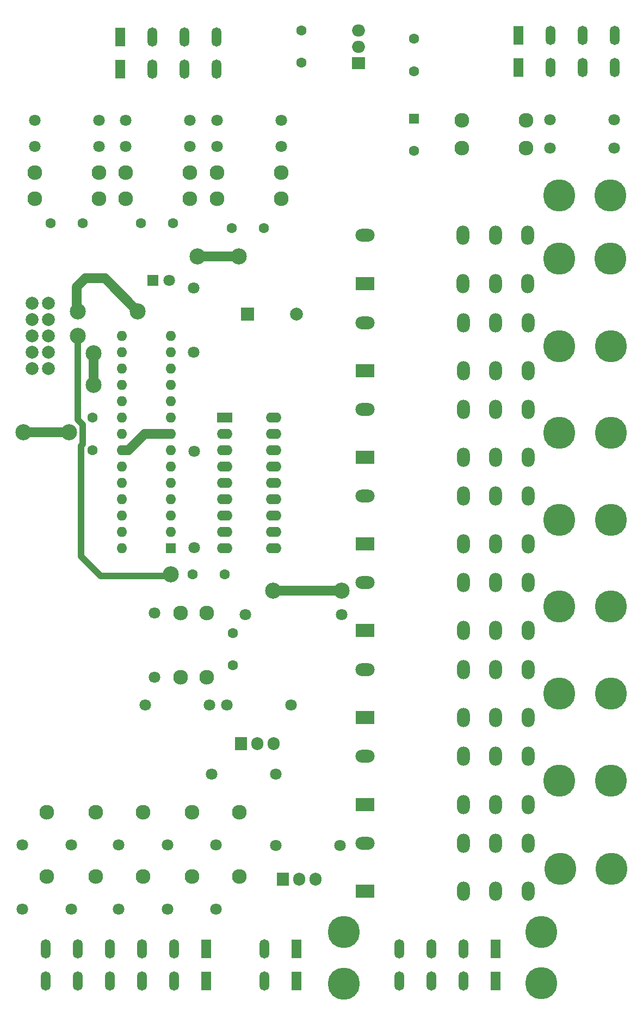
<source format=gbr>
G04 #@! TF.GenerationSoftware,KiCad,Pcbnew,(6.0.4)*
G04 #@! TF.CreationDate,2022-04-07T13:07:54+02:00*
G04 #@! TF.ProjectId,pcb-ihc_kicad,7063622d-6968-4635-9f6b-696361642e6b,rev?*
G04 #@! TF.SameCoordinates,Original*
G04 #@! TF.FileFunction,Copper,L1,Top*
G04 #@! TF.FilePolarity,Positive*
%FSLAX46Y46*%
G04 Gerber Fmt 4.6, Leading zero omitted, Abs format (unit mm)*
G04 Created by KiCad (PCBNEW (6.0.4)) date 2022-04-07 13:07:54*
%MOMM*%
%LPD*%
G01*
G04 APERTURE LIST*
G04 #@! TA.AperFunction,ComponentPad*
%ADD10C,2.300000*%
G04 #@! TD*
G04 #@! TA.AperFunction,ComponentPad*
%ADD11O,2.000000X3.000000*%
G04 #@! TD*
G04 #@! TA.AperFunction,ComponentPad*
%ADD12R,3.000000X2.000000*%
G04 #@! TD*
G04 #@! TA.AperFunction,ComponentPad*
%ADD13O,3.000000X2.000000*%
G04 #@! TD*
G04 #@! TA.AperFunction,ComponentPad*
%ADD14C,1.800000*%
G04 #@! TD*
G04 #@! TA.AperFunction,ComponentPad*
%ADD15C,5.000000*%
G04 #@! TD*
G04 #@! TA.AperFunction,ComponentPad*
%ADD16R,1.800000X1.800000*%
G04 #@! TD*
G04 #@! TA.AperFunction,ComponentPad*
%ADD17R,1.600000X1.600000*%
G04 #@! TD*
G04 #@! TA.AperFunction,ComponentPad*
%ADD18C,1.600000*%
G04 #@! TD*
G04 #@! TA.AperFunction,ComponentPad*
%ADD19O,1.600000X1.600000*%
G04 #@! TD*
G04 #@! TA.AperFunction,ComponentPad*
%ADD20C,2.000000*%
G04 #@! TD*
G04 #@! TA.AperFunction,ComponentPad*
%ADD21R,1.905000X2.000000*%
G04 #@! TD*
G04 #@! TA.AperFunction,ComponentPad*
%ADD22O,1.905000X2.000000*%
G04 #@! TD*
G04 #@! TA.AperFunction,ComponentPad*
%ADD23R,1.500000X3.000000*%
G04 #@! TD*
G04 #@! TA.AperFunction,ComponentPad*
%ADD24O,1.500000X3.000000*%
G04 #@! TD*
G04 #@! TA.AperFunction,ComponentPad*
%ADD25R,2.000000X2.000000*%
G04 #@! TD*
G04 #@! TA.AperFunction,ComponentPad*
%ADD26R,2.400000X1.600000*%
G04 #@! TD*
G04 #@! TA.AperFunction,ComponentPad*
%ADD27O,2.400000X1.600000*%
G04 #@! TD*
G04 #@! TA.AperFunction,ComponentPad*
%ADD28R,2.000000X1.905000*%
G04 #@! TD*
G04 #@! TA.AperFunction,ComponentPad*
%ADD29O,2.000000X1.905000*%
G04 #@! TD*
G04 #@! TA.AperFunction,ViaPad*
%ADD30C,2.500000*%
G04 #@! TD*
G04 #@! TA.AperFunction,Conductor*
%ADD31C,1.500000*%
G04 #@! TD*
G04 #@! TA.AperFunction,Conductor*
%ADD32C,1.000000*%
G04 #@! TD*
G04 APERTURE END LIST*
D10*
X83900000Y-42672000D03*
X93900000Y-42672000D03*
D11*
X141462766Y-146954233D03*
X141462766Y-154454233D03*
X136422766Y-154454233D03*
X136422766Y-146954233D03*
X146502766Y-154454233D03*
X146502766Y-146954233D03*
D12*
X121162766Y-154454233D03*
D13*
X121162766Y-146954233D03*
D14*
X83900000Y-38608000D03*
X93900000Y-38608000D03*
X97900000Y-147200000D03*
X97900000Y-157200000D03*
D11*
X141478000Y-127448000D03*
X141478000Y-119948000D03*
X136438000Y-119948000D03*
X136438000Y-127448000D03*
X146518000Y-127448000D03*
X146518000Y-119948000D03*
D12*
X121178000Y-127448000D03*
D13*
X121178000Y-119948000D03*
D15*
X159496766Y-150984233D03*
X151496766Y-150984233D03*
D16*
X88138000Y-59436000D03*
D14*
X90678000Y-59436000D03*
D17*
X128778000Y-34290000D03*
D18*
X128778000Y-39290000D03*
D17*
X90932000Y-101092000D03*
D19*
X90932000Y-98552000D03*
X90932000Y-96012000D03*
X90932000Y-93472000D03*
X90932000Y-90932000D03*
X90932000Y-88392000D03*
X90932000Y-85852000D03*
X90932000Y-83312000D03*
X90932000Y-80772000D03*
X90932000Y-78232000D03*
X90932000Y-75692000D03*
X90932000Y-73152000D03*
X90932000Y-70612000D03*
X90932000Y-68072000D03*
X83312000Y-68072000D03*
X83312000Y-70612000D03*
X83312000Y-73152000D03*
X83312000Y-75692000D03*
X83312000Y-78232000D03*
X83312000Y-80772000D03*
X83312000Y-83312000D03*
X83312000Y-85852000D03*
X83312000Y-88392000D03*
X83312000Y-90932000D03*
X83312000Y-93472000D03*
X83312000Y-96012000D03*
X83312000Y-98552000D03*
X83312000Y-101092000D03*
D18*
X128778000Y-26884000D03*
X128778000Y-21884000D03*
D14*
X69776000Y-34524000D03*
X79776000Y-34524000D03*
X98124000Y-38628000D03*
X108124000Y-38628000D03*
D18*
X99300000Y-105200000D03*
X94300000Y-105200000D03*
D20*
X71882000Y-73152000D03*
X69342000Y-73152000D03*
X71882000Y-70612000D03*
X69342000Y-70612000D03*
X71882000Y-68072000D03*
X69342000Y-68072000D03*
X71882000Y-65532000D03*
X69342000Y-65532000D03*
X71882000Y-62992000D03*
X69342000Y-62992000D03*
D14*
X149940000Y-34462000D03*
X159940000Y-34462000D03*
D15*
X159400000Y-123718000D03*
X151400000Y-123718000D03*
D10*
X146224000Y-38862000D03*
X136224000Y-38862000D03*
D11*
X141478000Y-100457000D03*
X141478000Y-92957000D03*
X136438000Y-92957000D03*
X136438000Y-100457000D03*
X146518000Y-92957000D03*
X146518000Y-100457000D03*
D12*
X121178000Y-100457000D03*
D13*
X121178000Y-92957000D03*
D21*
X101854000Y-131501000D03*
D22*
X104394000Y-131501000D03*
X106934000Y-131501000D03*
D11*
X141438000Y-59944000D03*
X141438000Y-52444000D03*
X136398000Y-59944000D03*
X136398000Y-52444000D03*
X146478000Y-59944000D03*
X146478000Y-52444000D03*
D12*
X121138000Y-59944000D03*
D13*
X121138000Y-52444000D03*
D10*
X136224000Y-34544000D03*
X146224000Y-34544000D03*
D15*
X117856000Y-168800000D03*
X117856000Y-160800000D03*
D14*
X97235000Y-136271000D03*
X107235000Y-136271000D03*
D21*
X108320000Y-152600000D03*
D22*
X110860000Y-152600000D03*
X113400000Y-152600000D03*
D18*
X100370000Y-51328000D03*
X105370000Y-51328000D03*
X86273000Y-50546000D03*
X91273000Y-50546000D03*
D10*
X93900000Y-46736000D03*
X83900000Y-46736000D03*
D15*
X151400000Y-69683000D03*
X159400000Y-69683000D03*
D14*
X94488000Y-70612000D03*
X94488000Y-60612000D03*
X67800000Y-147200000D03*
X67800000Y-157200000D03*
X75400000Y-147200000D03*
X75400000Y-157200000D03*
D11*
X141478000Y-140970000D03*
X141478000Y-133470000D03*
X136438000Y-140970000D03*
X136438000Y-133470000D03*
X146518000Y-140970000D03*
X146518000Y-133470000D03*
D12*
X121178000Y-140970000D03*
D13*
X121178000Y-133470000D03*
D10*
X101600000Y-152146000D03*
X101600000Y-142146000D03*
D14*
X82800000Y-147200000D03*
X82800000Y-157200000D03*
D15*
X151339000Y-46220000D03*
X159339000Y-46220000D03*
D18*
X111252000Y-20574000D03*
X111252000Y-25574000D03*
D15*
X148600000Y-160775000D03*
X148600000Y-168775000D03*
D23*
X145004000Y-26368000D03*
X145004000Y-21368000D03*
D24*
X150004000Y-21368000D03*
X150004000Y-26368000D03*
X155004000Y-21368000D03*
X155004000Y-26368000D03*
X160004000Y-21368000D03*
X160004000Y-26368000D03*
D11*
X141478000Y-66033000D03*
X141478000Y-73533000D03*
X136438000Y-66033000D03*
X136438000Y-73533000D03*
X146518000Y-73533000D03*
X146518000Y-66033000D03*
D12*
X121178000Y-73533000D03*
D13*
X121178000Y-66033000D03*
D14*
X88336000Y-111200000D03*
X88336000Y-121200000D03*
D10*
X86614000Y-152146000D03*
X86614000Y-142146000D03*
X69776000Y-46736000D03*
X79776000Y-46736000D03*
D14*
X108124000Y-34544000D03*
X98124000Y-34544000D03*
D10*
X79776000Y-42672000D03*
X69776000Y-42672000D03*
D25*
X102870000Y-64668400D03*
D20*
X110470000Y-64668400D03*
D14*
X86960000Y-125476000D03*
X96960000Y-125476000D03*
D10*
X98124000Y-42692000D03*
X108124000Y-42692000D03*
D18*
X77216000Y-50546000D03*
X72216000Y-50546000D03*
D23*
X141450000Y-163370000D03*
X141450000Y-168370000D03*
D24*
X136450000Y-168370000D03*
X136450000Y-163370000D03*
X131450000Y-168370000D03*
X131450000Y-163370000D03*
X126450000Y-163370000D03*
X126450000Y-168370000D03*
D23*
X110490000Y-168402000D03*
X110490000Y-163402000D03*
D24*
X105490000Y-163402000D03*
X105490000Y-168402000D03*
D23*
X83028000Y-21622000D03*
X83028000Y-26622000D03*
D24*
X88028000Y-26622000D03*
X88028000Y-21622000D03*
X93028000Y-26622000D03*
X93028000Y-21622000D03*
X98028000Y-26622000D03*
X98028000Y-21622000D03*
D13*
X121178000Y-79495000D03*
D12*
X121178000Y-86995000D03*
D11*
X146518000Y-79495000D03*
X146518000Y-86995000D03*
X136438000Y-86995000D03*
X136438000Y-79495000D03*
X141478000Y-86995000D03*
X141478000Y-79495000D03*
D18*
X78740000Y-85812000D03*
X78740000Y-80812000D03*
D10*
X94234000Y-152146000D03*
X94234000Y-142146000D03*
D23*
X96400000Y-163400000D03*
X96400000Y-168400000D03*
D24*
X91400000Y-163400000D03*
X91400000Y-168400000D03*
X86400000Y-168400000D03*
X86400000Y-163400000D03*
X81400000Y-163400000D03*
X81400000Y-168400000D03*
X76400000Y-168400000D03*
X76400000Y-163400000D03*
X71400000Y-163400000D03*
X71400000Y-168400000D03*
D26*
X99299000Y-80772000D03*
D27*
X99299000Y-83312000D03*
X99299000Y-85852000D03*
X99299000Y-88392000D03*
X99299000Y-90932000D03*
X99299000Y-93472000D03*
X99299000Y-96012000D03*
X99299000Y-98552000D03*
X99299000Y-101092000D03*
X106919000Y-101092000D03*
X106919000Y-98552000D03*
X106919000Y-96012000D03*
X106919000Y-93472000D03*
X106919000Y-90932000D03*
X106919000Y-88392000D03*
X106919000Y-85852000D03*
X106919000Y-83312000D03*
X106919000Y-80772000D03*
D15*
X151360000Y-56064000D03*
X159360000Y-56064000D03*
D14*
X79776000Y-38608000D03*
X69776000Y-38608000D03*
X149940000Y-38862000D03*
X159940000Y-38862000D03*
D28*
X120142000Y-25654000D03*
D29*
X120142000Y-23114000D03*
X120142000Y-20574000D03*
D10*
X108124000Y-46756000D03*
X98124000Y-46756000D03*
D14*
X94526000Y-86007000D03*
X94526000Y-101007000D03*
D10*
X71628000Y-152146000D03*
X71628000Y-142146000D03*
D15*
X151400000Y-96667000D03*
X159400000Y-96667000D03*
D14*
X99648000Y-125476000D03*
X109648000Y-125476000D03*
D15*
X151400000Y-83175000D03*
X159400000Y-83175000D03*
D10*
X79200000Y-152146000D03*
X79200000Y-142146000D03*
D15*
X159400000Y-110159000D03*
X151400000Y-110159000D03*
D11*
X141478000Y-106419000D03*
X141478000Y-113919000D03*
X136438000Y-106419000D03*
X136438000Y-113919000D03*
X146518000Y-113919000D03*
X146518000Y-106419000D03*
D12*
X121178000Y-113919000D03*
D13*
X121178000Y-106419000D03*
D14*
X90400000Y-147200000D03*
X90400000Y-157200000D03*
D10*
X92400000Y-111200000D03*
X92400000Y-121200000D03*
D14*
X93900000Y-34524000D03*
X83900000Y-34524000D03*
X107268000Y-147320000D03*
X117268000Y-147320000D03*
D18*
X100600000Y-114300000D03*
X100600000Y-119300000D03*
D14*
X117500000Y-111400000D03*
X102500000Y-111400000D03*
D10*
X96464000Y-111200000D03*
X96464000Y-121200000D03*
D15*
X159400000Y-137270000D03*
X151400000Y-137270000D03*
D30*
X95097600Y-55727600D03*
X101498400Y-55676800D03*
X106869020Y-107696000D03*
X117475000Y-107696000D03*
X75043500Y-83058000D03*
X67958500Y-83058000D03*
X78853500Y-75692000D03*
X78923594Y-70752500D03*
X85720000Y-64230000D03*
X76454000Y-64267078D03*
X90932000Y-105156000D03*
X76454000Y-68072000D03*
D31*
X84328000Y-85852000D02*
X86868000Y-83312000D01*
X83312000Y-85852000D02*
X84328000Y-85852000D01*
X95148400Y-55676800D02*
X95097600Y-55727600D01*
X86868000Y-83312000D02*
X90932000Y-83312000D01*
X101498400Y-55676800D02*
X95148400Y-55676800D01*
X117475000Y-107696000D02*
X106869020Y-107696000D01*
X67958500Y-83058000D02*
X75043500Y-83058000D01*
X78923594Y-75621906D02*
X78853500Y-75692000D01*
X78923594Y-70752500D02*
X78923594Y-75621906D01*
X76226989Y-60474089D02*
X76226989Y-64040067D01*
X77632589Y-59068489D02*
X76226989Y-60474089D01*
X76226989Y-64040067D02*
X76454000Y-64267078D01*
X80658489Y-59068489D02*
X77632589Y-59068489D01*
X85720000Y-64230000D02*
X80658489Y-59068489D01*
D32*
X90678000Y-105410000D02*
X90932000Y-105156000D01*
X80010000Y-105410000D02*
X90678000Y-105410000D01*
X76454000Y-81122527D02*
X77216000Y-81884527D01*
X76962000Y-85186527D02*
X76962000Y-102362000D01*
X77216000Y-84932527D02*
X76962000Y-85186527D01*
X76962000Y-102362000D02*
X80010000Y-105410000D01*
X77216000Y-81884527D02*
X77216000Y-84932527D01*
X76454000Y-68072000D02*
X76454000Y-81122527D01*
M02*

</source>
